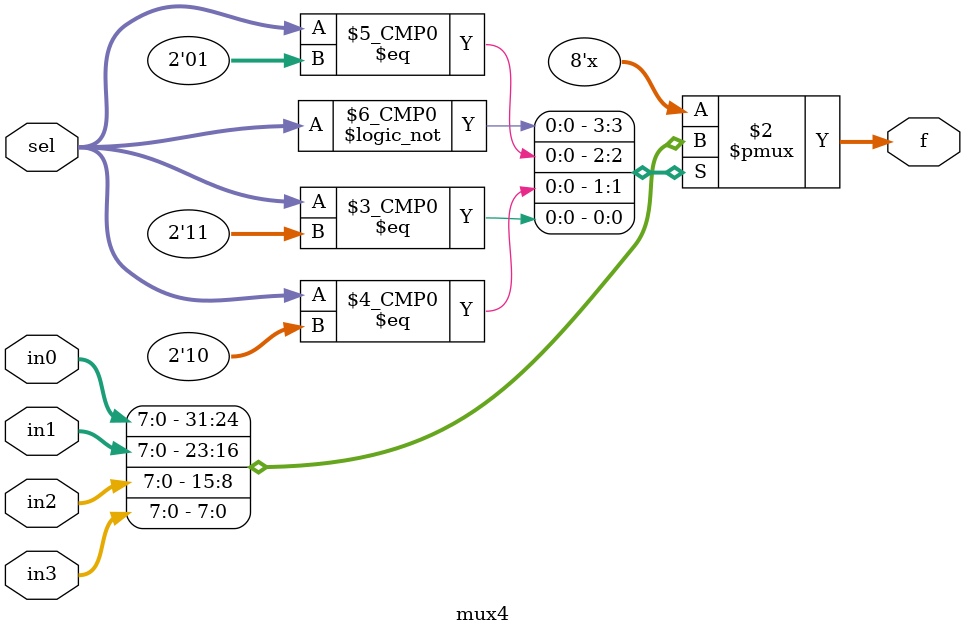
<source format=sv>
module mux4 (
    input   [7:0] in0, in1, in2, in3,
    input   [1:0] sel,
    output reg [7:0] f
);

always
case(sel)
    0: f = in0;
    1: f = in1;
    2: f = in2;
    3: f = in3;
endcase

endmodule

</source>
